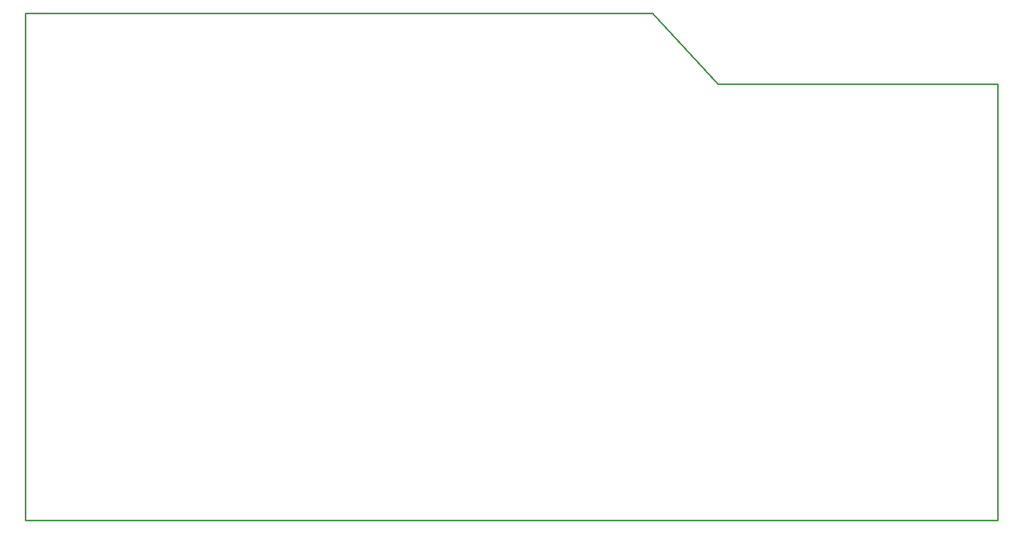
<source format=gko>
G04 Layer: BoardOutline*
G04 EasyEDA v6.4.7, 2020-11-20T11:11:39--3:00*
G04 4594473581034ba9b9ea50e3a3b0936a,09237c92188f4bc9b643e288e8680b3c,10*
G04 Gerber Generator version 0.2*
G04 Scale: 100 percent, Rotated: No, Reflected: No *
G04 Dimensions in millimeters *
G04 leading zeros omitted , absolute positions ,3 integer and 3 decimal *
%FSLAX33Y33*%
%MOMM*%
G90*
D02*

%ADD10C,0.254000*%
G54D10*
G01X0Y81280D02*
G01X100586Y81280D01*
G01X111125Y69977D01*
G01X155999Y69977D01*
G01X155999Y0D01*
G01X0Y0D01*
G01X0Y35867D01*
G01X0Y81280D01*

%LPD*%
M00*
M02*

</source>
